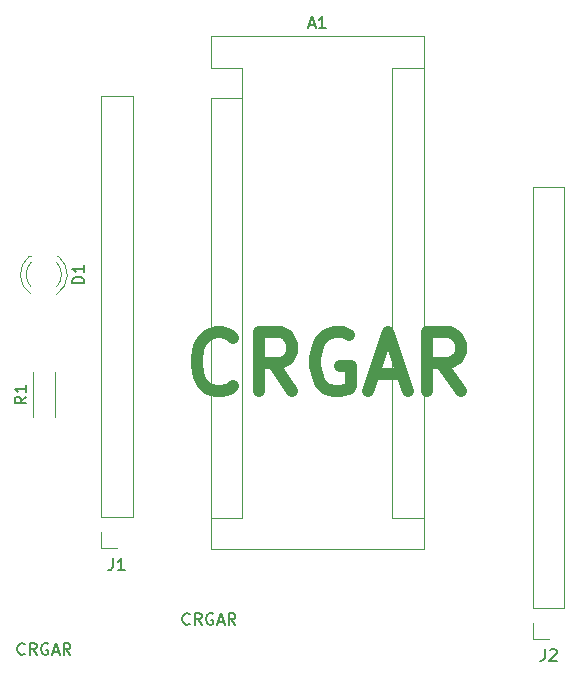
<source format=gbr>
%TF.GenerationSoftware,KiCad,Pcbnew,(5.1.6)-1*%
%TF.CreationDate,2020-08-28T22:53:53+02:00*%
%TF.ProjectId,pcbdesign,70636264-6573-4696-976e-2e6b69636164,rev?*%
%TF.SameCoordinates,Original*%
%TF.FileFunction,Legend,Top*%
%TF.FilePolarity,Positive*%
%FSLAX46Y46*%
G04 Gerber Fmt 4.6, Leading zero omitted, Abs format (unit mm)*
G04 Created by KiCad (PCBNEW (5.1.6)-1) date 2020-08-28 22:53:53*
%MOMM*%
%LPD*%
G01*
G04 APERTURE LIST*
%ADD10C,1.000000*%
%ADD11C,0.150000*%
%ADD12C,0.120000*%
G04 APERTURE END LIST*
D10*
X107474761Y-117355714D02*
X107236666Y-117593809D01*
X106522380Y-117831904D01*
X106046190Y-117831904D01*
X105331904Y-117593809D01*
X104855714Y-117117619D01*
X104617619Y-116641428D01*
X104379523Y-115689047D01*
X104379523Y-114974761D01*
X104617619Y-114022380D01*
X104855714Y-113546190D01*
X105331904Y-113070000D01*
X106046190Y-112831904D01*
X106522380Y-112831904D01*
X107236666Y-113070000D01*
X107474761Y-113308095D01*
X112474761Y-117831904D02*
X110808095Y-115450952D01*
X109617619Y-117831904D02*
X109617619Y-112831904D01*
X111522380Y-112831904D01*
X111998571Y-113070000D01*
X112236666Y-113308095D01*
X112474761Y-113784285D01*
X112474761Y-114498571D01*
X112236666Y-114974761D01*
X111998571Y-115212857D01*
X111522380Y-115450952D01*
X109617619Y-115450952D01*
X117236666Y-113070000D02*
X116760476Y-112831904D01*
X116046190Y-112831904D01*
X115331904Y-113070000D01*
X114855714Y-113546190D01*
X114617619Y-114022380D01*
X114379523Y-114974761D01*
X114379523Y-115689047D01*
X114617619Y-116641428D01*
X114855714Y-117117619D01*
X115331904Y-117593809D01*
X116046190Y-117831904D01*
X116522380Y-117831904D01*
X117236666Y-117593809D01*
X117474761Y-117355714D01*
X117474761Y-115689047D01*
X116522380Y-115689047D01*
X119379523Y-116403333D02*
X121760476Y-116403333D01*
X118903333Y-117831904D02*
X120570000Y-112831904D01*
X122236666Y-117831904D01*
X126760476Y-117831904D02*
X125093809Y-115450952D01*
X123903333Y-117831904D02*
X123903333Y-112831904D01*
X125808095Y-112831904D01*
X126284285Y-113070000D01*
X126522380Y-113308095D01*
X126760476Y-113784285D01*
X126760476Y-114498571D01*
X126522380Y-114974761D01*
X126284285Y-115212857D01*
X125808095Y-115450952D01*
X123903333Y-115450952D01*
D11*
X103790952Y-137517142D02*
X103743333Y-137564761D01*
X103600476Y-137612380D01*
X103505238Y-137612380D01*
X103362380Y-137564761D01*
X103267142Y-137469523D01*
X103219523Y-137374285D01*
X103171904Y-137183809D01*
X103171904Y-137040952D01*
X103219523Y-136850476D01*
X103267142Y-136755238D01*
X103362380Y-136660000D01*
X103505238Y-136612380D01*
X103600476Y-136612380D01*
X103743333Y-136660000D01*
X103790952Y-136707619D01*
X104790952Y-137612380D02*
X104457619Y-137136190D01*
X104219523Y-137612380D02*
X104219523Y-136612380D01*
X104600476Y-136612380D01*
X104695714Y-136660000D01*
X104743333Y-136707619D01*
X104790952Y-136802857D01*
X104790952Y-136945714D01*
X104743333Y-137040952D01*
X104695714Y-137088571D01*
X104600476Y-137136190D01*
X104219523Y-137136190D01*
X105743333Y-136660000D02*
X105648095Y-136612380D01*
X105505238Y-136612380D01*
X105362380Y-136660000D01*
X105267142Y-136755238D01*
X105219523Y-136850476D01*
X105171904Y-137040952D01*
X105171904Y-137183809D01*
X105219523Y-137374285D01*
X105267142Y-137469523D01*
X105362380Y-137564761D01*
X105505238Y-137612380D01*
X105600476Y-137612380D01*
X105743333Y-137564761D01*
X105790952Y-137517142D01*
X105790952Y-137183809D01*
X105600476Y-137183809D01*
X106171904Y-137326666D02*
X106648095Y-137326666D01*
X106076666Y-137612380D02*
X106410000Y-136612380D01*
X106743333Y-137612380D01*
X107648095Y-137612380D02*
X107314761Y-137136190D01*
X107076666Y-137612380D02*
X107076666Y-136612380D01*
X107457619Y-136612380D01*
X107552857Y-136660000D01*
X107600476Y-136707619D01*
X107648095Y-136802857D01*
X107648095Y-136945714D01*
X107600476Y-137040952D01*
X107552857Y-137088571D01*
X107457619Y-137136190D01*
X107076666Y-137136190D01*
X89820952Y-140057142D02*
X89773333Y-140104761D01*
X89630476Y-140152380D01*
X89535238Y-140152380D01*
X89392380Y-140104761D01*
X89297142Y-140009523D01*
X89249523Y-139914285D01*
X89201904Y-139723809D01*
X89201904Y-139580952D01*
X89249523Y-139390476D01*
X89297142Y-139295238D01*
X89392380Y-139200000D01*
X89535238Y-139152380D01*
X89630476Y-139152380D01*
X89773333Y-139200000D01*
X89820952Y-139247619D01*
X90820952Y-140152380D02*
X90487619Y-139676190D01*
X90249523Y-140152380D02*
X90249523Y-139152380D01*
X90630476Y-139152380D01*
X90725714Y-139200000D01*
X90773333Y-139247619D01*
X90820952Y-139342857D01*
X90820952Y-139485714D01*
X90773333Y-139580952D01*
X90725714Y-139628571D01*
X90630476Y-139676190D01*
X90249523Y-139676190D01*
X91773333Y-139200000D02*
X91678095Y-139152380D01*
X91535238Y-139152380D01*
X91392380Y-139200000D01*
X91297142Y-139295238D01*
X91249523Y-139390476D01*
X91201904Y-139580952D01*
X91201904Y-139723809D01*
X91249523Y-139914285D01*
X91297142Y-140009523D01*
X91392380Y-140104761D01*
X91535238Y-140152380D01*
X91630476Y-140152380D01*
X91773333Y-140104761D01*
X91820952Y-140057142D01*
X91820952Y-139723809D01*
X91630476Y-139723809D01*
X92201904Y-139866666D02*
X92678095Y-139866666D01*
X92106666Y-140152380D02*
X92440000Y-139152380D01*
X92773333Y-140152380D01*
X93678095Y-140152380D02*
X93344761Y-139676190D01*
X93106666Y-140152380D02*
X93106666Y-139152380D01*
X93487619Y-139152380D01*
X93582857Y-139200000D01*
X93630476Y-139247619D01*
X93678095Y-139342857D01*
X93678095Y-139485714D01*
X93630476Y-139580952D01*
X93582857Y-139628571D01*
X93487619Y-139676190D01*
X93106666Y-139676190D01*
D12*
%TO.C,J1*%
X98955874Y-128483609D02*
X96295874Y-128483609D01*
X98955874Y-128483609D02*
X98955874Y-92863609D01*
X98955874Y-92863609D02*
X96295874Y-92863609D01*
X96295874Y-128483609D02*
X96295874Y-92863609D01*
X96295874Y-131083609D02*
X96295874Y-129753609D01*
X97625874Y-131083609D02*
X96295874Y-131083609D01*
%TO.C,A1*%
X108235001Y-92985001D02*
X108235001Y-90445001D01*
X108235001Y-90445001D02*
X105565001Y-90445001D01*
X105565001Y-92985001D02*
X105565001Y-131215001D01*
X105565001Y-87775001D02*
X105565001Y-90445001D01*
X120935001Y-90445001D02*
X123605001Y-90445001D01*
X120935001Y-90445001D02*
X120935001Y-128545001D01*
X120935001Y-128545001D02*
X123605001Y-128545001D01*
X108235001Y-92985001D02*
X105565001Y-92985001D01*
X108235001Y-92985001D02*
X108235001Y-128545001D01*
X108235001Y-128545001D02*
X105565001Y-128545001D01*
X105565001Y-131215001D02*
X123605001Y-131215001D01*
X123605001Y-131215001D02*
X123605001Y-87775001D01*
X123605001Y-87775001D02*
X105565001Y-87775001D01*
%TO.C,D1*%
X92676000Y-106390000D02*
X92520000Y-106390000D01*
X90360000Y-106390000D02*
X90204000Y-106390000D01*
X92518608Y-109622335D02*
G75*
G03*
X92675516Y-106390000I-1078608J1672335D01*
G01*
X90361392Y-109622335D02*
G75*
G02*
X90204484Y-106390000I1078608J1672335D01*
G01*
X92519837Y-108991130D02*
G75*
G03*
X92520000Y-106909039I-1079837J1041130D01*
G01*
X90360163Y-108991130D02*
G75*
G02*
X90360000Y-106909039I1079837J1041130D01*
G01*
%TO.C,J2*%
X134191782Y-138768186D02*
X132861782Y-138768186D01*
X132861782Y-138768186D02*
X132861782Y-137438186D01*
X132861782Y-136168186D02*
X132861782Y-100548186D01*
X135521782Y-100548186D02*
X132861782Y-100548186D01*
X135521782Y-136168186D02*
X135521782Y-100548186D01*
X135521782Y-136168186D02*
X132861782Y-136168186D01*
%TO.C,R1*%
X90520000Y-120030000D02*
X90520000Y-116190000D01*
X92360000Y-120030000D02*
X92360000Y-116190000D01*
%TO.C,J1*%
D11*
X97292540Y-131975989D02*
X97292540Y-132690275D01*
X97244921Y-132833132D01*
X97149683Y-132928370D01*
X97006826Y-132975989D01*
X96911588Y-132975989D01*
X98292540Y-132975989D02*
X97721112Y-132975989D01*
X98006826Y-132975989D02*
X98006826Y-131975989D01*
X97911588Y-132118847D01*
X97816350Y-132214085D01*
X97721112Y-132261704D01*
%TO.C,A1*%
X113870715Y-86801667D02*
X114346905Y-86801667D01*
X113775477Y-87087381D02*
X114108810Y-86087381D01*
X114442143Y-87087381D01*
X115299286Y-87087381D02*
X114727858Y-87087381D01*
X115013572Y-87087381D02*
X115013572Y-86087381D01*
X114918334Y-86230239D01*
X114823096Y-86325477D01*
X114727858Y-86373096D01*
%TO.C,D1*%
X94852380Y-108688095D02*
X93852380Y-108688095D01*
X93852380Y-108450000D01*
X93900000Y-108307142D01*
X93995238Y-108211904D01*
X94090476Y-108164285D01*
X94280952Y-108116666D01*
X94423809Y-108116666D01*
X94614285Y-108164285D01*
X94709523Y-108211904D01*
X94804761Y-108307142D01*
X94852380Y-108450000D01*
X94852380Y-108688095D01*
X94852380Y-107164285D02*
X94852380Y-107735714D01*
X94852380Y-107450000D02*
X93852380Y-107450000D01*
X93995238Y-107545238D01*
X94090476Y-107640476D01*
X94138095Y-107735714D01*
%TO.C,J2*%
X133858448Y-139660566D02*
X133858448Y-140374852D01*
X133810829Y-140517709D01*
X133715591Y-140612947D01*
X133572734Y-140660566D01*
X133477496Y-140660566D01*
X134287020Y-139755805D02*
X134334639Y-139708186D01*
X134429877Y-139660566D01*
X134667972Y-139660566D01*
X134763210Y-139708186D01*
X134810829Y-139755805D01*
X134858448Y-139851043D01*
X134858448Y-139946281D01*
X134810829Y-140089138D01*
X134239401Y-140660566D01*
X134858448Y-140660566D01*
%TO.C,R1*%
X89972380Y-118276666D02*
X89496190Y-118610000D01*
X89972380Y-118848095D02*
X88972380Y-118848095D01*
X88972380Y-118467142D01*
X89020000Y-118371904D01*
X89067619Y-118324285D01*
X89162857Y-118276666D01*
X89305714Y-118276666D01*
X89400952Y-118324285D01*
X89448571Y-118371904D01*
X89496190Y-118467142D01*
X89496190Y-118848095D01*
X89972380Y-117324285D02*
X89972380Y-117895714D01*
X89972380Y-117610000D02*
X88972380Y-117610000D01*
X89115238Y-117705238D01*
X89210476Y-117800476D01*
X89258095Y-117895714D01*
%TD*%
M02*

</source>
